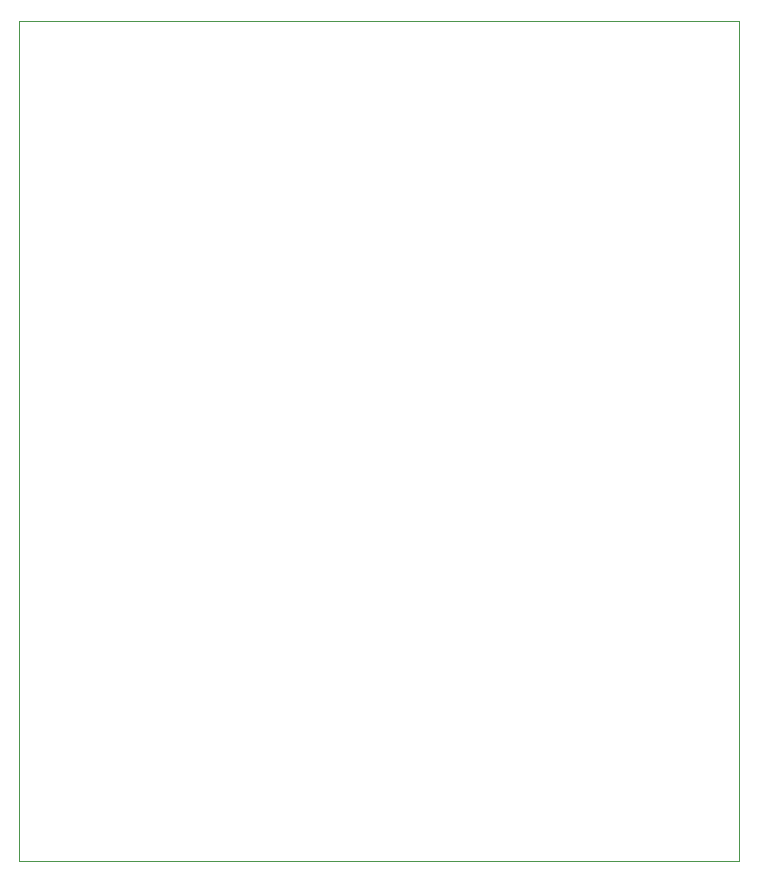
<source format=gbr>
G04 #@! TF.FileFunction,Profile,NP*
%FSLAX46Y46*%
G04 Gerber Fmt 4.6, Leading zero omitted, Abs format (unit mm)*
G04 Created by KiCad (PCBNEW (2015-01-16 BZR 5376)-product) date 5/29/2015 7:58:35 PM*
%MOMM*%
G01*
G04 APERTURE LIST*
%ADD10C,0.100000*%
G04 APERTURE END LIST*
D10*
X54610000Y-102870000D02*
X54610000Y-31750000D01*
X115570000Y-102870000D02*
X54610000Y-102870000D01*
X115570000Y-31750000D02*
X115570000Y-102870000D01*
X54610000Y-31750000D02*
X115570000Y-31750000D01*
M02*

</source>
